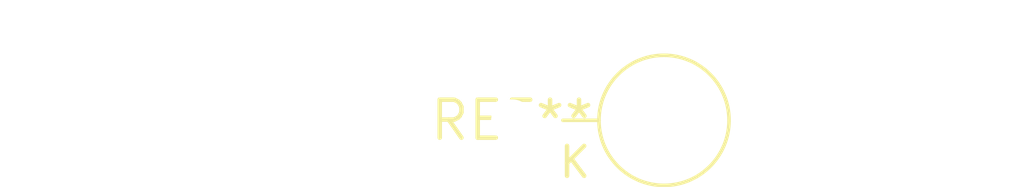
<source format=kicad_pcb>
(kicad_pcb (version 20240108) (generator pcbnew)
  (layers (0 "F.Cu" signal) (31 "B.Cu" signal) (34 "B.Paste" user) (35 "F.Paste" user) (36 "B.SilkS" user "B.Silkscreen") (37 "F.SilkS" user "F.Silkscreen") (38 "B.Mask" user) (39 "F.Mask" user) (44 "Edge.Cuts" user))
  (net 0 "")
  (footprint "D_5W_P5.08mm_Vertical_KathodeUp" (layer "F.Cu") (at 0 0)
    (property "Reference" "REF**")
    (property "Value" "D_5W_P5.08mm_Vertical_KathodeUp")
    (fp_line (start 2.905101 0) (end 1.7 0) (layer "F.SilkS") (stroke (width 0.12)))
    (fp_circle (center 5.08 0) (end 7.254899 0) (layer "F.SilkS") (stroke (width 0.12)) (fill none))
    (fp_text user "K" (at 2.1 1.4 0) (layer "F.SilkS"))
    (pad "1" thru_hole rect (at 0 0) (size 2.8 2.8) (drill 1.4) (layers *.Cu *.Mask) (remove_unused_layers))
    (pad "2" thru_hole oval (at 5.08 0) (size 2.8 2.8) (drill 1.4) (layers *.Cu *.Mask) (remove_unused_layers))
  )
)
</source>
